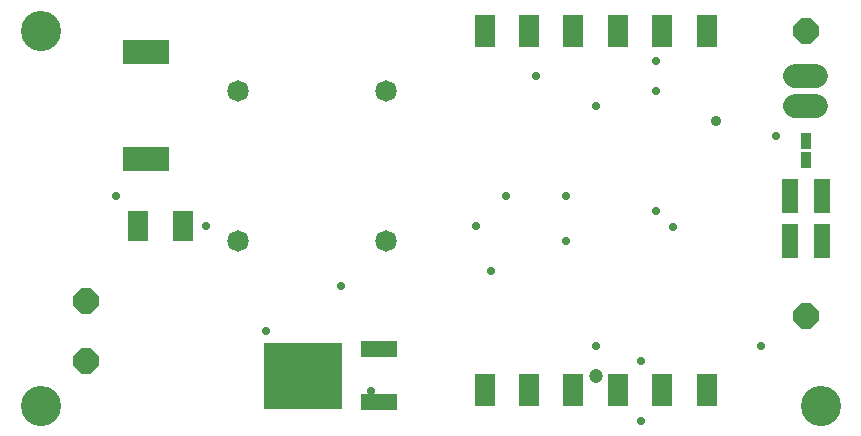
<source format=gbr>
G04 EAGLE Gerber RS-274X export*
G75*
%MOMM*%
%FSLAX34Y34*%
%LPD*%
%INSoldermask Top*%
%IPPOS*%
%AMOC8*
5,1,8,0,0,1.08239X$1,22.5*%
G01*
%ADD10C,3.403200*%
%ADD11P,2.309387X8X22.500000*%
%ADD12C,2.032000*%
%ADD13R,0.953200X1.403200*%
%ADD14R,1.723200X2.703200*%
%ADD15R,3.053200X1.453200*%
%ADD16R,6.703200X5.703200*%
%ADD17C,1.823200*%
%ADD18R,1.423200X2.923200*%
%ADD19R,1.753200X2.553200*%
%ADD20R,3.903200X2.113000*%
%ADD21C,0.705600*%
%ADD22C,1.203200*%
%ADD23C,0.903200*%


D10*
X12700Y342900D03*
X673100Y25400D03*
X12700Y25400D03*
D11*
X50800Y114300D03*
X50800Y63500D03*
D12*
X651256Y304800D02*
X669544Y304800D01*
X669544Y279400D02*
X651256Y279400D01*
D13*
X660400Y233300D03*
X660400Y249300D03*
D14*
X388600Y38600D03*
X426200Y38600D03*
X463800Y38600D03*
X501400Y38600D03*
X539000Y38600D03*
X576600Y38600D03*
X576600Y342400D03*
X539000Y342400D03*
X501400Y342400D03*
X463800Y342400D03*
X426200Y342400D03*
X388600Y342400D03*
D15*
X299100Y28000D03*
D16*
X235100Y50800D03*
D15*
X299100Y73600D03*
D17*
X304800Y165100D03*
X179800Y165100D03*
D18*
X673900Y203200D03*
X646900Y203200D03*
X673900Y165100D03*
X646900Y165100D03*
D19*
X133300Y177800D03*
X95300Y177800D03*
D11*
X660400Y342900D03*
X660400Y101600D03*
D17*
X304800Y292100D03*
X179800Y292100D03*
D20*
X101600Y234449D03*
X101600Y324351D03*
D21*
X457200Y165100D03*
X457200Y203200D03*
X520700Y12700D03*
X482600Y76200D03*
X406400Y203200D03*
X431800Y304800D03*
X533400Y292100D03*
X482600Y279400D03*
X533400Y317500D03*
D22*
X482600Y50800D03*
D21*
X520700Y63500D03*
X393700Y139700D03*
X381000Y177800D03*
X203200Y88900D03*
X533400Y190500D03*
X547729Y176171D03*
X622300Y76200D03*
D23*
X584200Y266700D03*
D21*
X635000Y254000D03*
X292100Y38100D03*
X266700Y127000D03*
X152400Y177800D03*
X76200Y203200D03*
M02*

</source>
